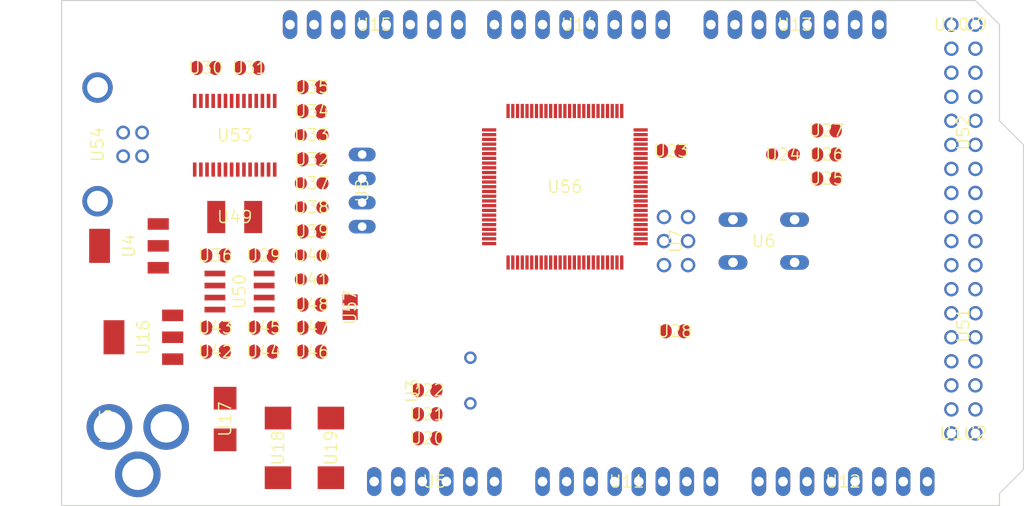
<source format=kicad_pcb>
(kicad_pcb (version 20221018) (generator pcbnew)
  (layers (0 "F.Cu" signal "Top") (31 "B.Cu" signal "Bottom") (34 "B.Paste" user) (35 "F.Paste" user) (36 "B.SilkS" user "B.Silkscreen") (37 "F.SilkS" user "F.Silkscreen") (38 "B.Mask" user) (39 "F.Mask" user) (44 "Edge.Cuts" user))
  (net 0 "")
  (net 1 "+5V")
  (net 2 "GND")
  (net 3 "N$6")
  (net 4 "N$7")
  (net 5 "AREF")
  (net 6 "RESET")
  (net 7 "VIN")
  (net 8 "N$3")
  (net 9 "PWRIN")
  (net 10 "M8RXD")
  (net 11 "M8TXD")
  (net 12 "ADC0")
  (net 13 "ADC2")
  (net 14 "ADC1")
  (net 15 "ADC3")
  (net 16 "ADC4")
  (net 17 "ADC5")
  (net 18 "ADC6")
  (net 19 "ADC7")
  (net 20 "+3V3")
  (net 21 "SDA")
  (net 22 "SCL")
  (net 23 "ADC9")
  (net 24 "ADC8")
  (net 25 "ADC10")
  (net 26 "ADC11")
  (net 27 "ADC12")
  (net 28 "ADC13")
  (net 29 "ADC14")
  (net 30 "ADC15")
  (net 31 "PB3")
  (net 32 "PB2")
  (net 33 "PB1")
  (net 34 "PB5")
  (net 35 "PB4")
  (net 36 "PE5")
  (net 37 "PE4")
  (net 38 "PE3")
  (net 39 "PE1")
  (net 40 "PE0")
  (net 41 "N$15")
  (net 42 "N$53")
  (net 43 "N$54")
  (net 44 "N$55")
  (net 45 "D-")
  (net 46 "D+")
  (net 47 "N$60")
  (net 48 "DTR")
  (net 49 "USBVCC")
  (net 50 "N$2")
  (net 51 "N$4")
  (net 52 "GATE_CMD")
  (net 53 "CMP")
  (net 54 "PB6")
  (net 55 "PH3")
  (net 56 "PH4")
  (net 57 "PH5")
  (net 58 "PH6")
  (net 59 "PG5")
  (net 60 "RXD1")
  (net 61 "TXD1")
  (net 62 "RXD2")
  (net 63 "RXD3")
  (net 64 "TXD2")
  (net 65 "TXD3")
  (net 66 "PC0")
  (net 67 "PC1")
  (net 68 "PC2")
  (net 69 "PC3")
  (net 70 "PC4")
  (net 71 "PC5")
  (net 72 "PC6")
  (net 73 "PC7")
  (net 74 "PB0")
  (net 75 "PG0")
  (net 76 "PG1")
  (net 77 "PG2")
  (net 78 "PD7")
  (net 79 "PA0")
  (net 80 "PA1")
  (net 81 "PA2")
  (net 82 "PA3")
  (net 83 "PA4")
  (net 84 "PA5")
  (net 85 "PA6")
  (net 86 "PA7")
  (net 87 "PL0")
  (net 88 "PL1")
  (net 89 "PL2")
  (net 90 "PL3")
  (net 91 "PL4")
  (net 92 "PL5")
  (net 93 "PL6")
  (net 94 "PL7")
  (net 95 "PB7")
  (net 96 "CTS")
  (net 97 "DSR")
  (net 98 "DCD")
  (net 99 "RI")
  (footprint "Arduino_MEGA_Reference_Design:2X03" (layer "F.Cu") (at 162.5981 103.7336 -90)
    (fp_text reference "U7")
    (fp_text value "")
  )
  (footprint "Arduino_MEGA_Reference_Design:1X08" (layer "F.Cu") (at 152.3111 80.8736 180)
    (fp_text reference "U14")
    (fp_text value "")
  )
  (footprint "Arduino_MEGA_Reference_Design:1X08" (layer "F.Cu") (at 130.7211 80.8736 180)
    (fp_text reference "U15")
    (fp_text value "")
  )
  (footprint "Arduino_MEGA_Reference_Design:SMC_D" (layer "F.Cu") (at 120.5611 125.5776 -90)
    (fp_text reference "U18")
    (fp_text value "")
  )
  (footprint "Arduino_MEGA_Reference_Design:SMC_D" (layer "F.Cu") (at 126.1491 125.5776 -90)
    (fp_text reference "U19")
    (fp_text value "")
  )
  (footprint "Arduino_MEGA_Reference_Design:B3F-10XX" (layer "F.Cu") (at 171.8691 103.7336 180)
    (fp_text reference "U6")
    (fp_text value "")
  )
  (footprint "Arduino_MEGA_Reference_Design:0805RND" (layer "F.Cu") (at 173.9011 94.5896 180)
    (fp_text reference "U24")
    (fp_text value "")
  )
  (footprint "Arduino_MEGA_Reference_Design:SMB" (layer "F.Cu") (at 114.9731 122.5296 -90)
    (fp_text reference "U17")
    (fp_text value "")
  )
  (footprint "Arduino_MEGA_Reference_Design:DC-21MM" (layer "F.Cu") (at 103.0351 123.2916 90)
    (fp_text reference "U55")
    (fp_text value "")
  )
  (footprint "Arduino_MEGA_Reference_Design:HC49_S" (layer "F.Cu") (at 140.8811 118.4656 90)
    (fp_text reference "U3")
    (fp_text value "")
  )
  (footprint "Arduino_MEGA_Reference_Design:SOT223" (layer "F.Cu") (at 106.3371 113.8936 90)
    (fp_text reference "U16")
    (fp_text value "")
  )
  (footprint "Arduino_MEGA_Reference_Design:1X06" (layer "F.Cu") (at 137.0711 129.1336)
    (fp_text reference "U5")
    (fp_text value "")
  )
  (footprint "Arduino_MEGA_Reference_Design:C0805RND" (layer "F.Cu") (at 124.1171 87.4776)
    (fp_text reference "U35")
    (fp_text value "")
  )
  (footprint "Arduino_MEGA_Reference_Design:C0805RND" (layer "F.Cu") (at 162.4711 113.2586)
    (fp_text reference "U28")
    (fp_text value "")
  )
  (footprint "Arduino_MEGA_Reference_Design:C0805RND" (layer "F.Cu") (at 136.3091 122.0216)
    (fp_text reference "U21")
    (fp_text value "")
  )
  (footprint "Arduino_MEGA_Reference_Design:C0805RND" (layer "F.Cu") (at 136.3091 119.4816)
    (fp_text reference "U22")
    (fp_text value "")
  )
  (footprint "Arduino_MEGA_Reference_Design:C0805RND" (layer "F.Cu") (at 113.9571 112.8776)
    (fp_text reference "U43")
    (fp_text value "")
  )
  (footprint "Arduino_MEGA_Reference_Design:RCL_0805RND" (layer "F.Cu") (at 124.1171 105.2576)
    (fp_text reference "U40")
    (fp_text value "")
  )
  (footprint "Arduino_MEGA_Reference_Design:RCL_0805RND" (layer "F.Cu") (at 124.1171 107.7976)
    (fp_text reference "U41")
    (fp_text value "")
  )
  (footprint "Arduino_MEGA_Reference_Design:1X08" (layer "F.Cu") (at 157.3911 129.1336)
    (fp_text reference "U11")
    (fp_text value "")
  )
  (footprint "Arduino_MEGA_Reference_Design:1X08" (layer "F.Cu") (at 175.1711 80.8736 180)
    (fp_text reference "U13")
    (fp_text value "")
  )
  (footprint "Arduino_MEGA_Reference_Design:R0805RND" (layer "F.Cu") (at 178.4731 94.5896 180)
    (fp_text reference "U26")
    (fp_text value "")
  )
  (footprint "Arduino_MEGA_Reference_Design:R0805RND" (layer "F.Cu") (at 178.4731 92.0496 180)
    (fp_text reference "U27")
    (fp_text value "")
  )
  (footprint "Arduino_MEGA_Reference_Design:TQFP100" (layer "F.Cu") (at 150.86109924316406 97.99732208251953 0)
    (fp_text reference "U56")
    (fp_text value "")
  )
  (footprint "Arduino_MEGA_Reference_Design:C0805RND" (layer "F.Cu") (at 162.0901 94.2086 180)
    (fp_text reference "U23")
    (fp_text value "")
  )
  (footprint "Arduino_MEGA_Reference_Design:C0805RND" (layer "F.Cu") (at 136.3091 124.5616)
    (fp_text reference "U20")
    (fp_text value "")
  )
  (footprint "Arduino_MEGA_Reference_Design:1X08" (layer "F.Cu") (at 180.2511 129.1336)
    (fp_text reference "U12")
    (fp_text value "")
  )
  (footprint "Arduino_MEGA_Reference_Design:R0805RND" (layer "F.Cu") (at 124.1171 112.8776)
    (fp_text reference "U47")
    (fp_text value "")
  )
  (footprint "Arduino_MEGA_Reference_Design:C0805RND" (layer "F.Cu") (at 124.1171 115.4176)
    (fp_text reference "U46")
    (fp_text value "")
  )
  (footprint "Arduino_MEGA_Reference_Design:C0805RND" (layer "F.Cu") (at 113.9571 105.2576)
    (fp_text reference "U36")
    (fp_text value "")
  )
  (footprint "Arduino_MEGA_Reference_Design:C0805RND" (layer "F.Cu") (at 112.9411 85.4456)
    (fp_text reference "U30")
    (fp_text value "")
  )
  (footprint "Arduino_MEGA_Reference_Design:0805RND" (layer "F.Cu") (at 124.1171 100.1776 180)
    (fp_text reference "U38")
    (fp_text value "")
  )
  (footprint "Arduino_MEGA_Reference_Design:0805RND" (layer "F.Cu") (at 124.1171 97.6376 180)
    (fp_text reference "U37")
    (fp_text value "")
  )
  (footprint "Arduino_MEGA_Reference_Design:R0805RND" (layer "F.Cu") (at 124.1171 95.0976)
    (fp_text reference "U32")
    (fp_text value "")
  )
  (footprint "Arduino_MEGA_Reference_Design:R0805RND" (layer "F.Cu") (at 124.1171 102.7176)
    (fp_text reference "U39")
    (fp_text value "")
  )
  (footprint "Arduino_MEGA_Reference_Design:SSOP28" (layer "F.Cu") (at 115.9891 92.5576)
    (fp_text reference "U53")
    (fp_text value "")
  )
  (footprint "Arduino_MEGA_Reference_Design:PN61729" (layer "F.Cu") (at 98.9584 93.5228 -90)
    (fp_text reference "U54")
    (fp_text value "")
  )
  (footprint "Arduino_MEGA_Reference_Design:L1812" (layer "F.Cu") (at 115.9891 101.1936)
    (fp_text reference "U49")
    (fp_text value "")
  )
  (footprint "Arduino_MEGA_Reference_Design:C0805RND" (layer "F.Cu") (at 117.5131 85.4456)
    (fp_text reference "U31")
    (fp_text value "")
  )
  (footprint "Arduino_MEGA_Reference_Design:0805RND" (layer "F.Cu") (at 124.1171 92.5576 180)
    (fp_text reference "U33")
    (fp_text value "")
  )
  (footprint "Arduino_MEGA_Reference_Design:R0805RND" (layer "F.Cu") (at 124.1171 90.0176 180)
    (fp_text reference "U34")
    (fp_text value "")
  )
  (footprint "Arduino_MEGA_Reference_Design:C0805RND" (layer "F.Cu") (at 124.1171 110.4392 180)
    (fp_text reference "U48")
    (fp_text value "")
  )
  (footprint "Arduino_MEGA_Reference_Design:SOT223" (layer "F.Cu") (at 104.8131 104.2416 90)
    (fp_text reference "U4")
    (fp_text value "")
  )
  (footprint "Arduino_MEGA_Reference_Design:SO08" (layer "F.Cu") (at 116.4971 109.0676 -90)
    (fp_text reference "U50")
    (fp_text value "")
  )
  (footprint "Arduino_MEGA_Reference_Design:R0805RND" (layer "F.Cu") (at 113.9571 115.4176 180)
    (fp_text reference "U42")
    (fp_text value "")
  )
  (footprint "Arduino_MEGA_Reference_Design:R0805RND" (layer "F.Cu") (at 119.0371 112.8776 180)
    (fp_text reference "U45")
    (fp_text value "")
  )
  (footprint "Arduino_MEGA_Reference_Design:C0805RND" (layer "F.Cu") (at 119.0371 115.4176 180)
    (fp_text reference "U44")
    (fp_text value "")
  )
  (footprint "Arduino_MEGA_Reference_Design:C0805RND" (layer "F.Cu") (at 119.0371 105.2576)
    (fp_text reference "U29")
    (fp_text value "")
  )
  (footprint "Arduino_MEGA_Reference_Design:2X08" (layer "F.Cu") (at 192.9511 92.3036 90)
    (fp_text reference "U52")
    (fp_text value "")
  )
  (footprint "Arduino_MEGA_Reference_Design:2X08" (layer "F.Cu") (at 192.9511 112.6236 90)
    (fp_text reference "U51")
    (fp_text value "")
  )
  (footprint "Arduino_MEGA_Reference_Design:R0805RND" (layer "F.Cu") (at 178.4731 97.1296 180)
    (fp_text reference "U25")
    (fp_text value "")
  )
  (footprint "Arduino_MEGA_Reference_Design:1X01" (layer "F.Cu") (at 191.6811 80.8736)
    (fp_text reference "U10")
    (fp_text value "")
  )
  (footprint "Arduino_MEGA_Reference_Design:1X01" (layer "F.Cu") (at 194.2211 80.8736)
    (fp_text reference "U9")
    (fp_text value "")
  )
  (footprint "Arduino_MEGA_Reference_Design:1X01" (layer "F.Cu") (at 191.6811 124.0536)
    (fp_text reference "U1")
    (fp_text value "")
  )
  (footprint "Arduino_MEGA_Reference_Design:1X01" (layer "F.Cu") (at 194.2211 124.0536)
    (fp_text reference "U2")
    (fp_text value "")
  )
  (footprint "Arduino_MEGA_Reference_Design:SJ" (layer "F.Cu") (at 128.1811 110.7186 -90)
    (fp_text reference "U57")
    (fp_text value "")
  )
  (footprint "Arduino_MEGA_Reference_Design:JP4" (layer "F.Cu") (at 129.4511 98.3996 -90)
    (fp_text reference "U8")
    (fp_text value "")
  )
  (gr_line (start 196.7611 80.8736) (end 196.7611 91.0336) (layer "Edge.Cuts") (width 0.12))
  (gr_line (start 196.7611 130.4036) (end 196.7611 131.6736) (layer "Edge.Cuts") (width 0.12))
  (gr_line (start 194.2211 78.3336) (end 196.7611 80.8736) (layer "Edge.Cuts") (width 0.12))
  (gr_line (start 97.7011 78.3336) (end 194.2211 78.3336) (layer "Edge.Cuts") (width 0.12))
  (gr_line (start 196.7611 91.0336) (end 199.3011 93.5736) (layer "Edge.Cuts") (width 0.12))
  (gr_line (start 97.7011 131.6736) (end 97.7011 78.3336) (layer "Edge.Cuts") (width 0.12))
  (gr_line (start 196.7611 131.6736) (end 97.7011 131.6736) (layer "Edge.Cuts") (width 0.12))
  (gr_line (start 199.3011 93.5736) (end 199.3011 127.8636) (layer "Edge.Cuts") (width 0.12))
  (gr_line (start 199.3011 127.8636) (end 196.7611 130.4036) (layer "Edge.Cuts") (width 0.12))
)
</source>
